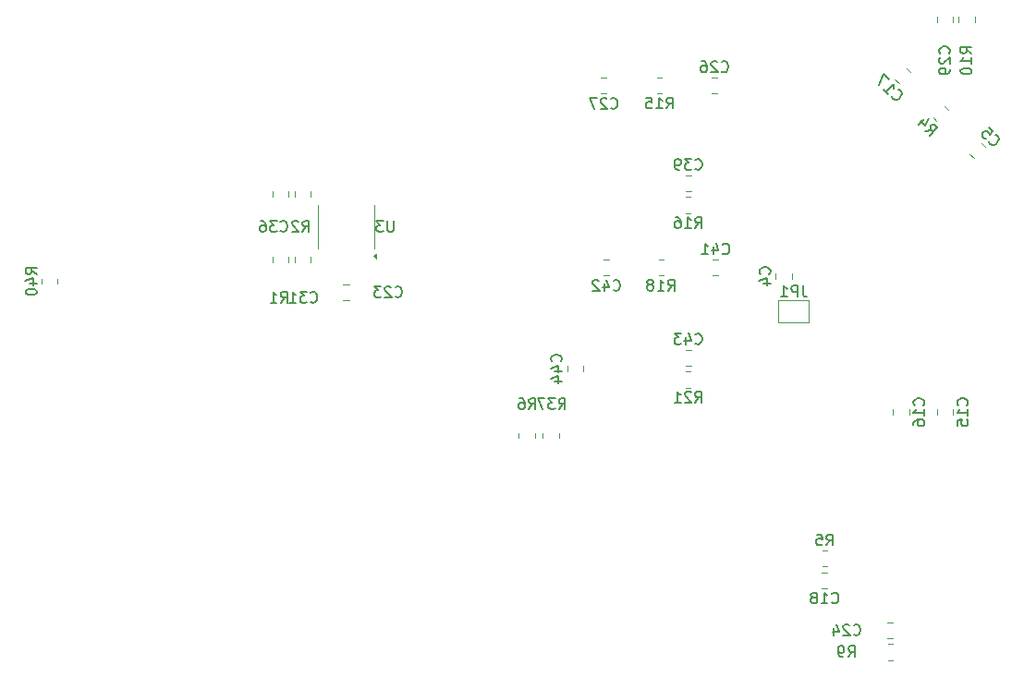
<source format=gbr>
%TF.GenerationSoftware,KiCad,Pcbnew,9.0.2*%
%TF.CreationDate,2025-08-14T17:52:04+08:00*%
%TF.ProjectId,SSRU_v3.1,53535255-5f76-4332-9e31-2e6b69636164,rev?*%
%TF.SameCoordinates,Original*%
%TF.FileFunction,Legend,Bot*%
%TF.FilePolarity,Positive*%
%FSLAX46Y46*%
G04 Gerber Fmt 4.6, Leading zero omitted, Abs format (unit mm)*
G04 Created by KiCad (PCBNEW 9.0.2) date 2025-08-14 17:52:04*
%MOMM*%
%LPD*%
G01*
G04 APERTURE LIST*
%ADD10C,0.150000*%
%ADD11C,0.120000*%
G04 APERTURE END LIST*
D10*
X175983333Y-100404819D02*
X175983333Y-101119104D01*
X175983333Y-101119104D02*
X176030952Y-101261961D01*
X176030952Y-101261961D02*
X176126190Y-101357200D01*
X176126190Y-101357200D02*
X176269047Y-101404819D01*
X176269047Y-101404819D02*
X176364285Y-101404819D01*
X175507142Y-101404819D02*
X175507142Y-100404819D01*
X175507142Y-100404819D02*
X175126190Y-100404819D01*
X175126190Y-100404819D02*
X175030952Y-100452438D01*
X175030952Y-100452438D02*
X174983333Y-100500057D01*
X174983333Y-100500057D02*
X174935714Y-100595295D01*
X174935714Y-100595295D02*
X174935714Y-100738152D01*
X174935714Y-100738152D02*
X174983333Y-100833390D01*
X174983333Y-100833390D02*
X175030952Y-100881009D01*
X175030952Y-100881009D02*
X175126190Y-100928628D01*
X175126190Y-100928628D02*
X175507142Y-100928628D01*
X173983333Y-101404819D02*
X174554761Y-101404819D01*
X174269047Y-101404819D02*
X174269047Y-100404819D01*
X174269047Y-100404819D02*
X174364285Y-100547676D01*
X174364285Y-100547676D02*
X174459523Y-100642914D01*
X174459523Y-100642914D02*
X174554761Y-100690533D01*
X168642857Y-97428528D02*
X168690476Y-97476148D01*
X168690476Y-97476148D02*
X168833333Y-97523767D01*
X168833333Y-97523767D02*
X168928571Y-97523767D01*
X168928571Y-97523767D02*
X169071428Y-97476148D01*
X169071428Y-97476148D02*
X169166666Y-97380909D01*
X169166666Y-97380909D02*
X169214285Y-97285671D01*
X169214285Y-97285671D02*
X169261904Y-97095195D01*
X169261904Y-97095195D02*
X169261904Y-96952338D01*
X169261904Y-96952338D02*
X169214285Y-96761862D01*
X169214285Y-96761862D02*
X169166666Y-96666624D01*
X169166666Y-96666624D02*
X169071428Y-96571386D01*
X169071428Y-96571386D02*
X168928571Y-96523767D01*
X168928571Y-96523767D02*
X168833333Y-96523767D01*
X168833333Y-96523767D02*
X168690476Y-96571386D01*
X168690476Y-96571386D02*
X168642857Y-96619005D01*
X167785714Y-96857100D02*
X167785714Y-97523767D01*
X168023809Y-96476148D02*
X168261904Y-97190433D01*
X168261904Y-97190433D02*
X167642857Y-97190433D01*
X166738095Y-97523767D02*
X167309523Y-97523767D01*
X167023809Y-97523767D02*
X167023809Y-96523767D01*
X167023809Y-96523767D02*
X167119047Y-96666624D01*
X167119047Y-96666624D02*
X167214285Y-96761862D01*
X167214285Y-96761862D02*
X167309523Y-96809481D01*
X138511904Y-94454819D02*
X138511904Y-95264342D01*
X138511904Y-95264342D02*
X138464285Y-95359580D01*
X138464285Y-95359580D02*
X138416666Y-95407200D01*
X138416666Y-95407200D02*
X138321428Y-95454819D01*
X138321428Y-95454819D02*
X138130952Y-95454819D01*
X138130952Y-95454819D02*
X138035714Y-95407200D01*
X138035714Y-95407200D02*
X137988095Y-95359580D01*
X137988095Y-95359580D02*
X137940476Y-95264342D01*
X137940476Y-95264342D02*
X137940476Y-94454819D01*
X137559523Y-94454819D02*
X136940476Y-94454819D01*
X136940476Y-94454819D02*
X137273809Y-94835771D01*
X137273809Y-94835771D02*
X137130952Y-94835771D01*
X137130952Y-94835771D02*
X137035714Y-94883390D01*
X137035714Y-94883390D02*
X136988095Y-94931009D01*
X136988095Y-94931009D02*
X136940476Y-95026247D01*
X136940476Y-95026247D02*
X136940476Y-95264342D01*
X136940476Y-95264342D02*
X136988095Y-95359580D01*
X136988095Y-95359580D02*
X137035714Y-95407200D01*
X137035714Y-95407200D02*
X137130952Y-95454819D01*
X137130952Y-95454819D02*
X137416666Y-95454819D01*
X137416666Y-95454819D02*
X137511904Y-95407200D01*
X137511904Y-95407200D02*
X137559523Y-95359580D01*
X172929580Y-99333333D02*
X172977200Y-99285714D01*
X172977200Y-99285714D02*
X173024819Y-99142857D01*
X173024819Y-99142857D02*
X173024819Y-99047619D01*
X173024819Y-99047619D02*
X172977200Y-98904762D01*
X172977200Y-98904762D02*
X172881961Y-98809524D01*
X172881961Y-98809524D02*
X172786723Y-98761905D01*
X172786723Y-98761905D02*
X172596247Y-98714286D01*
X172596247Y-98714286D02*
X172453390Y-98714286D01*
X172453390Y-98714286D02*
X172262914Y-98761905D01*
X172262914Y-98761905D02*
X172167676Y-98809524D01*
X172167676Y-98809524D02*
X172072438Y-98904762D01*
X172072438Y-98904762D02*
X172024819Y-99047619D01*
X172024819Y-99047619D02*
X172024819Y-99142857D01*
X172024819Y-99142857D02*
X172072438Y-99285714D01*
X172072438Y-99285714D02*
X172120057Y-99333333D01*
X172358152Y-100190476D02*
X173024819Y-100190476D01*
X171977200Y-99952381D02*
X172691485Y-99714286D01*
X172691485Y-99714286D02*
X172691485Y-100333333D01*
X105804819Y-99357142D02*
X105328628Y-99023809D01*
X105804819Y-98785714D02*
X104804819Y-98785714D01*
X104804819Y-98785714D02*
X104804819Y-99166666D01*
X104804819Y-99166666D02*
X104852438Y-99261904D01*
X104852438Y-99261904D02*
X104900057Y-99309523D01*
X104900057Y-99309523D02*
X104995295Y-99357142D01*
X104995295Y-99357142D02*
X105138152Y-99357142D01*
X105138152Y-99357142D02*
X105233390Y-99309523D01*
X105233390Y-99309523D02*
X105281009Y-99261904D01*
X105281009Y-99261904D02*
X105328628Y-99166666D01*
X105328628Y-99166666D02*
X105328628Y-98785714D01*
X105138152Y-100214285D02*
X105804819Y-100214285D01*
X104757200Y-99976190D02*
X105471485Y-99738095D01*
X105471485Y-99738095D02*
X105471485Y-100357142D01*
X104804819Y-100928571D02*
X104804819Y-101023809D01*
X104804819Y-101023809D02*
X104852438Y-101119047D01*
X104852438Y-101119047D02*
X104900057Y-101166666D01*
X104900057Y-101166666D02*
X104995295Y-101214285D01*
X104995295Y-101214285D02*
X105185771Y-101261904D01*
X105185771Y-101261904D02*
X105423866Y-101261904D01*
X105423866Y-101261904D02*
X105614342Y-101214285D01*
X105614342Y-101214285D02*
X105709580Y-101166666D01*
X105709580Y-101166666D02*
X105757200Y-101119047D01*
X105757200Y-101119047D02*
X105804819Y-101023809D01*
X105804819Y-101023809D02*
X105804819Y-100928571D01*
X105804819Y-100928571D02*
X105757200Y-100833333D01*
X105757200Y-100833333D02*
X105709580Y-100785714D01*
X105709580Y-100785714D02*
X105614342Y-100738095D01*
X105614342Y-100738095D02*
X105423866Y-100690476D01*
X105423866Y-100690476D02*
X105185771Y-100690476D01*
X105185771Y-100690476D02*
X104995295Y-100738095D01*
X104995295Y-100738095D02*
X104900057Y-100785714D01*
X104900057Y-100785714D02*
X104852438Y-100833333D01*
X104852438Y-100833333D02*
X104804819Y-100928571D01*
X168542857Y-80729580D02*
X168590476Y-80777200D01*
X168590476Y-80777200D02*
X168733333Y-80824819D01*
X168733333Y-80824819D02*
X168828571Y-80824819D01*
X168828571Y-80824819D02*
X168971428Y-80777200D01*
X168971428Y-80777200D02*
X169066666Y-80681961D01*
X169066666Y-80681961D02*
X169114285Y-80586723D01*
X169114285Y-80586723D02*
X169161904Y-80396247D01*
X169161904Y-80396247D02*
X169161904Y-80253390D01*
X169161904Y-80253390D02*
X169114285Y-80062914D01*
X169114285Y-80062914D02*
X169066666Y-79967676D01*
X169066666Y-79967676D02*
X168971428Y-79872438D01*
X168971428Y-79872438D02*
X168828571Y-79824819D01*
X168828571Y-79824819D02*
X168733333Y-79824819D01*
X168733333Y-79824819D02*
X168590476Y-79872438D01*
X168590476Y-79872438D02*
X168542857Y-79920057D01*
X168161904Y-79920057D02*
X168114285Y-79872438D01*
X168114285Y-79872438D02*
X168019047Y-79824819D01*
X168019047Y-79824819D02*
X167780952Y-79824819D01*
X167780952Y-79824819D02*
X167685714Y-79872438D01*
X167685714Y-79872438D02*
X167638095Y-79920057D01*
X167638095Y-79920057D02*
X167590476Y-80015295D01*
X167590476Y-80015295D02*
X167590476Y-80110533D01*
X167590476Y-80110533D02*
X167638095Y-80253390D01*
X167638095Y-80253390D02*
X168209523Y-80824819D01*
X168209523Y-80824819D02*
X167590476Y-80824819D01*
X166733333Y-79824819D02*
X166923809Y-79824819D01*
X166923809Y-79824819D02*
X167019047Y-79872438D01*
X167019047Y-79872438D02*
X167066666Y-79920057D01*
X167066666Y-79920057D02*
X167161904Y-80062914D01*
X167161904Y-80062914D02*
X167209523Y-80253390D01*
X167209523Y-80253390D02*
X167209523Y-80634342D01*
X167209523Y-80634342D02*
X167161904Y-80729580D01*
X167161904Y-80729580D02*
X167114285Y-80777200D01*
X167114285Y-80777200D02*
X167019047Y-80824819D01*
X167019047Y-80824819D02*
X166828571Y-80824819D01*
X166828571Y-80824819D02*
X166733333Y-80777200D01*
X166733333Y-80777200D02*
X166685714Y-80729580D01*
X166685714Y-80729580D02*
X166638095Y-80634342D01*
X166638095Y-80634342D02*
X166638095Y-80396247D01*
X166638095Y-80396247D02*
X166685714Y-80301009D01*
X166685714Y-80301009D02*
X166733333Y-80253390D01*
X166733333Y-80253390D02*
X166828571Y-80205771D01*
X166828571Y-80205771D02*
X167019047Y-80205771D01*
X167019047Y-80205771D02*
X167114285Y-80253390D01*
X167114285Y-80253390D02*
X167161904Y-80301009D01*
X167161904Y-80301009D02*
X167209523Y-80396247D01*
X166142857Y-89679580D02*
X166190476Y-89727200D01*
X166190476Y-89727200D02*
X166333333Y-89774819D01*
X166333333Y-89774819D02*
X166428571Y-89774819D01*
X166428571Y-89774819D02*
X166571428Y-89727200D01*
X166571428Y-89727200D02*
X166666666Y-89631961D01*
X166666666Y-89631961D02*
X166714285Y-89536723D01*
X166714285Y-89536723D02*
X166761904Y-89346247D01*
X166761904Y-89346247D02*
X166761904Y-89203390D01*
X166761904Y-89203390D02*
X166714285Y-89012914D01*
X166714285Y-89012914D02*
X166666666Y-88917676D01*
X166666666Y-88917676D02*
X166571428Y-88822438D01*
X166571428Y-88822438D02*
X166428571Y-88774819D01*
X166428571Y-88774819D02*
X166333333Y-88774819D01*
X166333333Y-88774819D02*
X166190476Y-88822438D01*
X166190476Y-88822438D02*
X166142857Y-88870057D01*
X165809523Y-88774819D02*
X165190476Y-88774819D01*
X165190476Y-88774819D02*
X165523809Y-89155771D01*
X165523809Y-89155771D02*
X165380952Y-89155771D01*
X165380952Y-89155771D02*
X165285714Y-89203390D01*
X165285714Y-89203390D02*
X165238095Y-89251009D01*
X165238095Y-89251009D02*
X165190476Y-89346247D01*
X165190476Y-89346247D02*
X165190476Y-89584342D01*
X165190476Y-89584342D02*
X165238095Y-89679580D01*
X165238095Y-89679580D02*
X165285714Y-89727200D01*
X165285714Y-89727200D02*
X165380952Y-89774819D01*
X165380952Y-89774819D02*
X165666666Y-89774819D01*
X165666666Y-89774819D02*
X165761904Y-89727200D01*
X165761904Y-89727200D02*
X165809523Y-89679580D01*
X164714285Y-89774819D02*
X164523809Y-89774819D01*
X164523809Y-89774819D02*
X164428571Y-89727200D01*
X164428571Y-89727200D02*
X164380952Y-89679580D01*
X164380952Y-89679580D02*
X164285714Y-89536723D01*
X164285714Y-89536723D02*
X164238095Y-89346247D01*
X164238095Y-89346247D02*
X164238095Y-88965295D01*
X164238095Y-88965295D02*
X164285714Y-88870057D01*
X164285714Y-88870057D02*
X164333333Y-88822438D01*
X164333333Y-88822438D02*
X164428571Y-88774819D01*
X164428571Y-88774819D02*
X164619047Y-88774819D01*
X164619047Y-88774819D02*
X164714285Y-88822438D01*
X164714285Y-88822438D02*
X164761904Y-88870057D01*
X164761904Y-88870057D02*
X164809523Y-88965295D01*
X164809523Y-88965295D02*
X164809523Y-89203390D01*
X164809523Y-89203390D02*
X164761904Y-89298628D01*
X164761904Y-89298628D02*
X164714285Y-89346247D01*
X164714285Y-89346247D02*
X164619047Y-89393866D01*
X164619047Y-89393866D02*
X164428571Y-89393866D01*
X164428571Y-89393866D02*
X164333333Y-89346247D01*
X164333333Y-89346247D02*
X164285714Y-89298628D01*
X164285714Y-89298628D02*
X164238095Y-89203390D01*
X184152808Y-83037210D02*
X184152808Y-83104554D01*
X184152808Y-83104554D02*
X184220152Y-83239241D01*
X184220152Y-83239241D02*
X184287495Y-83306584D01*
X184287495Y-83306584D02*
X184422182Y-83373928D01*
X184422182Y-83373928D02*
X184556869Y-83373928D01*
X184556869Y-83373928D02*
X184657884Y-83340256D01*
X184657884Y-83340256D02*
X184826243Y-83239241D01*
X184826243Y-83239241D02*
X184927258Y-83138226D01*
X184927258Y-83138226D02*
X185028274Y-82969867D01*
X185028274Y-82969867D02*
X185061945Y-82868852D01*
X185061945Y-82868852D02*
X185061945Y-82734165D01*
X185061945Y-82734165D02*
X184994602Y-82599478D01*
X184994602Y-82599478D02*
X184927258Y-82532134D01*
X184927258Y-82532134D02*
X184792571Y-82464791D01*
X184792571Y-82464791D02*
X184725228Y-82464791D01*
X183412030Y-82431119D02*
X183816091Y-82835180D01*
X183614060Y-82633149D02*
X184321167Y-81926043D01*
X184321167Y-81926043D02*
X184287495Y-82094401D01*
X184287495Y-82094401D02*
X184287495Y-82229088D01*
X184287495Y-82229088D02*
X184321167Y-82330104D01*
X183883434Y-81488310D02*
X183412029Y-81016905D01*
X183412029Y-81016905D02*
X183007968Y-82027058D01*
X153832080Y-107357142D02*
X153879700Y-107309523D01*
X153879700Y-107309523D02*
X153927319Y-107166666D01*
X153927319Y-107166666D02*
X153927319Y-107071428D01*
X153927319Y-107071428D02*
X153879700Y-106928571D01*
X153879700Y-106928571D02*
X153784461Y-106833333D01*
X153784461Y-106833333D02*
X153689223Y-106785714D01*
X153689223Y-106785714D02*
X153498747Y-106738095D01*
X153498747Y-106738095D02*
X153355890Y-106738095D01*
X153355890Y-106738095D02*
X153165414Y-106785714D01*
X153165414Y-106785714D02*
X153070176Y-106833333D01*
X153070176Y-106833333D02*
X152974938Y-106928571D01*
X152974938Y-106928571D02*
X152927319Y-107071428D01*
X152927319Y-107071428D02*
X152927319Y-107166666D01*
X152927319Y-107166666D02*
X152974938Y-107309523D01*
X152974938Y-107309523D02*
X153022557Y-107357142D01*
X153260652Y-108214285D02*
X153927319Y-108214285D01*
X152879700Y-107976190D02*
X153593985Y-107738095D01*
X153593985Y-107738095D02*
X153593985Y-108357142D01*
X153260652Y-109166666D02*
X153927319Y-109166666D01*
X152879700Y-108928571D02*
X153593985Y-108690476D01*
X153593985Y-108690476D02*
X153593985Y-109309523D01*
X163492857Y-84155871D02*
X163826190Y-83679680D01*
X164064285Y-84155871D02*
X164064285Y-83155871D01*
X164064285Y-83155871D02*
X163683333Y-83155871D01*
X163683333Y-83155871D02*
X163588095Y-83203490D01*
X163588095Y-83203490D02*
X163540476Y-83251109D01*
X163540476Y-83251109D02*
X163492857Y-83346347D01*
X163492857Y-83346347D02*
X163492857Y-83489204D01*
X163492857Y-83489204D02*
X163540476Y-83584442D01*
X163540476Y-83584442D02*
X163588095Y-83632061D01*
X163588095Y-83632061D02*
X163683333Y-83679680D01*
X163683333Y-83679680D02*
X164064285Y-83679680D01*
X162540476Y-84155871D02*
X163111904Y-84155871D01*
X162826190Y-84155871D02*
X162826190Y-83155871D01*
X162826190Y-83155871D02*
X162921428Y-83298728D01*
X162921428Y-83298728D02*
X163016666Y-83393966D01*
X163016666Y-83393966D02*
X163111904Y-83441585D01*
X161635714Y-83155871D02*
X162111904Y-83155871D01*
X162111904Y-83155871D02*
X162159523Y-83632061D01*
X162159523Y-83632061D02*
X162111904Y-83584442D01*
X162111904Y-83584442D02*
X162016666Y-83536823D01*
X162016666Y-83536823D02*
X161778571Y-83536823D01*
X161778571Y-83536823D02*
X161683333Y-83584442D01*
X161683333Y-83584442D02*
X161635714Y-83632061D01*
X161635714Y-83632061D02*
X161588095Y-83727299D01*
X161588095Y-83727299D02*
X161588095Y-83965394D01*
X161588095Y-83965394D02*
X161635714Y-84060632D01*
X161635714Y-84060632D02*
X161683333Y-84108252D01*
X161683333Y-84108252D02*
X161778571Y-84155871D01*
X161778571Y-84155871D02*
X162016666Y-84155871D01*
X162016666Y-84155871D02*
X162111904Y-84108252D01*
X162111904Y-84108252D02*
X162159523Y-84060632D01*
X130892857Y-101859580D02*
X130940476Y-101907200D01*
X130940476Y-101907200D02*
X131083333Y-101954819D01*
X131083333Y-101954819D02*
X131178571Y-101954819D01*
X131178571Y-101954819D02*
X131321428Y-101907200D01*
X131321428Y-101907200D02*
X131416666Y-101811961D01*
X131416666Y-101811961D02*
X131464285Y-101716723D01*
X131464285Y-101716723D02*
X131511904Y-101526247D01*
X131511904Y-101526247D02*
X131511904Y-101383390D01*
X131511904Y-101383390D02*
X131464285Y-101192914D01*
X131464285Y-101192914D02*
X131416666Y-101097676D01*
X131416666Y-101097676D02*
X131321428Y-101002438D01*
X131321428Y-101002438D02*
X131178571Y-100954819D01*
X131178571Y-100954819D02*
X131083333Y-100954819D01*
X131083333Y-100954819D02*
X130940476Y-101002438D01*
X130940476Y-101002438D02*
X130892857Y-101050057D01*
X130559523Y-100954819D02*
X129940476Y-100954819D01*
X129940476Y-100954819D02*
X130273809Y-101335771D01*
X130273809Y-101335771D02*
X130130952Y-101335771D01*
X130130952Y-101335771D02*
X130035714Y-101383390D01*
X130035714Y-101383390D02*
X129988095Y-101431009D01*
X129988095Y-101431009D02*
X129940476Y-101526247D01*
X129940476Y-101526247D02*
X129940476Y-101764342D01*
X129940476Y-101764342D02*
X129988095Y-101859580D01*
X129988095Y-101859580D02*
X130035714Y-101907200D01*
X130035714Y-101907200D02*
X130130952Y-101954819D01*
X130130952Y-101954819D02*
X130416666Y-101954819D01*
X130416666Y-101954819D02*
X130511904Y-101907200D01*
X130511904Y-101907200D02*
X130559523Y-101859580D01*
X128988095Y-101954819D02*
X129559523Y-101954819D01*
X129273809Y-101954819D02*
X129273809Y-100954819D01*
X129273809Y-100954819D02*
X129369047Y-101097676D01*
X129369047Y-101097676D02*
X129464285Y-101192914D01*
X129464285Y-101192914D02*
X129559523Y-101240533D01*
X193051527Y-87184173D02*
X193051527Y-87251517D01*
X193051527Y-87251517D02*
X193118871Y-87386204D01*
X193118871Y-87386204D02*
X193186214Y-87453547D01*
X193186214Y-87453547D02*
X193320901Y-87520891D01*
X193320901Y-87520891D02*
X193455588Y-87520891D01*
X193455588Y-87520891D02*
X193556603Y-87487219D01*
X193556603Y-87487219D02*
X193724962Y-87386204D01*
X193724962Y-87386204D02*
X193825977Y-87285189D01*
X193825977Y-87285189D02*
X193926993Y-87116830D01*
X193926993Y-87116830D02*
X193960664Y-87015815D01*
X193960664Y-87015815D02*
X193960664Y-86881128D01*
X193960664Y-86881128D02*
X193893321Y-86746441D01*
X193893321Y-86746441D02*
X193825977Y-86679097D01*
X193825977Y-86679097D02*
X193691290Y-86611754D01*
X193691290Y-86611754D02*
X193623947Y-86611754D01*
X193051527Y-85904647D02*
X193388245Y-86241364D01*
X193388245Y-86241364D02*
X193085199Y-86611754D01*
X193085199Y-86611754D02*
X193085199Y-86544410D01*
X193085199Y-86544410D02*
X193051527Y-86443395D01*
X193051527Y-86443395D02*
X192883168Y-86275036D01*
X192883168Y-86275036D02*
X192782153Y-86241364D01*
X192782153Y-86241364D02*
X192714810Y-86241364D01*
X192714810Y-86241364D02*
X192613794Y-86275036D01*
X192613794Y-86275036D02*
X192445436Y-86443395D01*
X192445436Y-86443395D02*
X192411764Y-86544410D01*
X192411764Y-86544410D02*
X192411764Y-86611754D01*
X192411764Y-86611754D02*
X192445436Y-86712769D01*
X192445436Y-86712769D02*
X192613794Y-86881128D01*
X192613794Y-86881128D02*
X192714810Y-86914799D01*
X192714810Y-86914799D02*
X192782153Y-86914799D01*
X158642857Y-100788528D02*
X158690476Y-100836148D01*
X158690476Y-100836148D02*
X158833333Y-100883767D01*
X158833333Y-100883767D02*
X158928571Y-100883767D01*
X158928571Y-100883767D02*
X159071428Y-100836148D01*
X159071428Y-100836148D02*
X159166666Y-100740909D01*
X159166666Y-100740909D02*
X159214285Y-100645671D01*
X159214285Y-100645671D02*
X159261904Y-100455195D01*
X159261904Y-100455195D02*
X159261904Y-100312338D01*
X159261904Y-100312338D02*
X159214285Y-100121862D01*
X159214285Y-100121862D02*
X159166666Y-100026624D01*
X159166666Y-100026624D02*
X159071428Y-99931386D01*
X159071428Y-99931386D02*
X158928571Y-99883767D01*
X158928571Y-99883767D02*
X158833333Y-99883767D01*
X158833333Y-99883767D02*
X158690476Y-99931386D01*
X158690476Y-99931386D02*
X158642857Y-99979005D01*
X157785714Y-100217100D02*
X157785714Y-100883767D01*
X158023809Y-99836148D02*
X158261904Y-100550433D01*
X158261904Y-100550433D02*
X157642857Y-100550433D01*
X157309523Y-99979005D02*
X157261904Y-99931386D01*
X157261904Y-99931386D02*
X157166666Y-99883767D01*
X157166666Y-99883767D02*
X156928571Y-99883767D01*
X156928571Y-99883767D02*
X156833333Y-99931386D01*
X156833333Y-99931386D02*
X156785714Y-99979005D01*
X156785714Y-99979005D02*
X156738095Y-100074243D01*
X156738095Y-100074243D02*
X156738095Y-100169481D01*
X156738095Y-100169481D02*
X156785714Y-100312338D01*
X156785714Y-100312338D02*
X157357142Y-100883767D01*
X157357142Y-100883767D02*
X156738095Y-100883767D01*
X166142857Y-95104819D02*
X166476190Y-94628628D01*
X166714285Y-95104819D02*
X166714285Y-94104819D01*
X166714285Y-94104819D02*
X166333333Y-94104819D01*
X166333333Y-94104819D02*
X166238095Y-94152438D01*
X166238095Y-94152438D02*
X166190476Y-94200057D01*
X166190476Y-94200057D02*
X166142857Y-94295295D01*
X166142857Y-94295295D02*
X166142857Y-94438152D01*
X166142857Y-94438152D02*
X166190476Y-94533390D01*
X166190476Y-94533390D02*
X166238095Y-94581009D01*
X166238095Y-94581009D02*
X166333333Y-94628628D01*
X166333333Y-94628628D02*
X166714285Y-94628628D01*
X165190476Y-95104819D02*
X165761904Y-95104819D01*
X165476190Y-95104819D02*
X165476190Y-94104819D01*
X165476190Y-94104819D02*
X165571428Y-94247676D01*
X165571428Y-94247676D02*
X165666666Y-94342914D01*
X165666666Y-94342914D02*
X165761904Y-94390533D01*
X164333333Y-94104819D02*
X164523809Y-94104819D01*
X164523809Y-94104819D02*
X164619047Y-94152438D01*
X164619047Y-94152438D02*
X164666666Y-94200057D01*
X164666666Y-94200057D02*
X164761904Y-94342914D01*
X164761904Y-94342914D02*
X164809523Y-94533390D01*
X164809523Y-94533390D02*
X164809523Y-94914342D01*
X164809523Y-94914342D02*
X164761904Y-95009580D01*
X164761904Y-95009580D02*
X164714285Y-95057200D01*
X164714285Y-95057200D02*
X164619047Y-95104819D01*
X164619047Y-95104819D02*
X164428571Y-95104819D01*
X164428571Y-95104819D02*
X164333333Y-95057200D01*
X164333333Y-95057200D02*
X164285714Y-95009580D01*
X164285714Y-95009580D02*
X164238095Y-94914342D01*
X164238095Y-94914342D02*
X164238095Y-94676247D01*
X164238095Y-94676247D02*
X164285714Y-94581009D01*
X164285714Y-94581009D02*
X164333333Y-94533390D01*
X164333333Y-94533390D02*
X164428571Y-94485771D01*
X164428571Y-94485771D02*
X164619047Y-94485771D01*
X164619047Y-94485771D02*
X164714285Y-94533390D01*
X164714285Y-94533390D02*
X164761904Y-94581009D01*
X164761904Y-94581009D02*
X164809523Y-94676247D01*
X128142857Y-95359580D02*
X128190476Y-95407200D01*
X128190476Y-95407200D02*
X128333333Y-95454819D01*
X128333333Y-95454819D02*
X128428571Y-95454819D01*
X128428571Y-95454819D02*
X128571428Y-95407200D01*
X128571428Y-95407200D02*
X128666666Y-95311961D01*
X128666666Y-95311961D02*
X128714285Y-95216723D01*
X128714285Y-95216723D02*
X128761904Y-95026247D01*
X128761904Y-95026247D02*
X128761904Y-94883390D01*
X128761904Y-94883390D02*
X128714285Y-94692914D01*
X128714285Y-94692914D02*
X128666666Y-94597676D01*
X128666666Y-94597676D02*
X128571428Y-94502438D01*
X128571428Y-94502438D02*
X128428571Y-94454819D01*
X128428571Y-94454819D02*
X128333333Y-94454819D01*
X128333333Y-94454819D02*
X128190476Y-94502438D01*
X128190476Y-94502438D02*
X128142857Y-94550057D01*
X127809523Y-94454819D02*
X127190476Y-94454819D01*
X127190476Y-94454819D02*
X127523809Y-94835771D01*
X127523809Y-94835771D02*
X127380952Y-94835771D01*
X127380952Y-94835771D02*
X127285714Y-94883390D01*
X127285714Y-94883390D02*
X127238095Y-94931009D01*
X127238095Y-94931009D02*
X127190476Y-95026247D01*
X127190476Y-95026247D02*
X127190476Y-95264342D01*
X127190476Y-95264342D02*
X127238095Y-95359580D01*
X127238095Y-95359580D02*
X127285714Y-95407200D01*
X127285714Y-95407200D02*
X127380952Y-95454819D01*
X127380952Y-95454819D02*
X127666666Y-95454819D01*
X127666666Y-95454819D02*
X127761904Y-95407200D01*
X127761904Y-95407200D02*
X127809523Y-95359580D01*
X126333333Y-94454819D02*
X126523809Y-94454819D01*
X126523809Y-94454819D02*
X126619047Y-94502438D01*
X126619047Y-94502438D02*
X126666666Y-94550057D01*
X126666666Y-94550057D02*
X126761904Y-94692914D01*
X126761904Y-94692914D02*
X126809523Y-94883390D01*
X126809523Y-94883390D02*
X126809523Y-95264342D01*
X126809523Y-95264342D02*
X126761904Y-95359580D01*
X126761904Y-95359580D02*
X126714285Y-95407200D01*
X126714285Y-95407200D02*
X126619047Y-95454819D01*
X126619047Y-95454819D02*
X126428571Y-95454819D01*
X126428571Y-95454819D02*
X126333333Y-95407200D01*
X126333333Y-95407200D02*
X126285714Y-95359580D01*
X126285714Y-95359580D02*
X126238095Y-95264342D01*
X126238095Y-95264342D02*
X126238095Y-95026247D01*
X126238095Y-95026247D02*
X126285714Y-94931009D01*
X126285714Y-94931009D02*
X126333333Y-94883390D01*
X126333333Y-94883390D02*
X126428571Y-94835771D01*
X126428571Y-94835771D02*
X126619047Y-94835771D01*
X126619047Y-94835771D02*
X126714285Y-94883390D01*
X126714285Y-94883390D02*
X126761904Y-94931009D01*
X126761904Y-94931009D02*
X126809523Y-95026247D01*
X158392857Y-84089580D02*
X158440476Y-84137200D01*
X158440476Y-84137200D02*
X158583333Y-84184819D01*
X158583333Y-84184819D02*
X158678571Y-84184819D01*
X158678571Y-84184819D02*
X158821428Y-84137200D01*
X158821428Y-84137200D02*
X158916666Y-84041961D01*
X158916666Y-84041961D02*
X158964285Y-83946723D01*
X158964285Y-83946723D02*
X159011904Y-83756247D01*
X159011904Y-83756247D02*
X159011904Y-83613390D01*
X159011904Y-83613390D02*
X158964285Y-83422914D01*
X158964285Y-83422914D02*
X158916666Y-83327676D01*
X158916666Y-83327676D02*
X158821428Y-83232438D01*
X158821428Y-83232438D02*
X158678571Y-83184819D01*
X158678571Y-83184819D02*
X158583333Y-83184819D01*
X158583333Y-83184819D02*
X158440476Y-83232438D01*
X158440476Y-83232438D02*
X158392857Y-83280057D01*
X158011904Y-83280057D02*
X157964285Y-83232438D01*
X157964285Y-83232438D02*
X157869047Y-83184819D01*
X157869047Y-83184819D02*
X157630952Y-83184819D01*
X157630952Y-83184819D02*
X157535714Y-83232438D01*
X157535714Y-83232438D02*
X157488095Y-83280057D01*
X157488095Y-83280057D02*
X157440476Y-83375295D01*
X157440476Y-83375295D02*
X157440476Y-83470533D01*
X157440476Y-83470533D02*
X157488095Y-83613390D01*
X157488095Y-83613390D02*
X158059523Y-84184819D01*
X158059523Y-84184819D02*
X157440476Y-84184819D01*
X157107142Y-83184819D02*
X156440476Y-83184819D01*
X156440476Y-83184819D02*
X156869047Y-84184819D01*
X150916666Y-111704819D02*
X151249999Y-111228628D01*
X151488094Y-111704819D02*
X151488094Y-110704819D01*
X151488094Y-110704819D02*
X151107142Y-110704819D01*
X151107142Y-110704819D02*
X151011904Y-110752438D01*
X151011904Y-110752438D02*
X150964285Y-110800057D01*
X150964285Y-110800057D02*
X150916666Y-110895295D01*
X150916666Y-110895295D02*
X150916666Y-111038152D01*
X150916666Y-111038152D02*
X150964285Y-111133390D01*
X150964285Y-111133390D02*
X151011904Y-111181009D01*
X151011904Y-111181009D02*
X151107142Y-111228628D01*
X151107142Y-111228628D02*
X151488094Y-111228628D01*
X150059523Y-110704819D02*
X150249999Y-110704819D01*
X150249999Y-110704819D02*
X150345237Y-110752438D01*
X150345237Y-110752438D02*
X150392856Y-110800057D01*
X150392856Y-110800057D02*
X150488094Y-110942914D01*
X150488094Y-110942914D02*
X150535713Y-111133390D01*
X150535713Y-111133390D02*
X150535713Y-111514342D01*
X150535713Y-111514342D02*
X150488094Y-111609580D01*
X150488094Y-111609580D02*
X150440475Y-111657200D01*
X150440475Y-111657200D02*
X150345237Y-111704819D01*
X150345237Y-111704819D02*
X150154761Y-111704819D01*
X150154761Y-111704819D02*
X150059523Y-111657200D01*
X150059523Y-111657200D02*
X150011904Y-111609580D01*
X150011904Y-111609580D02*
X149964285Y-111514342D01*
X149964285Y-111514342D02*
X149964285Y-111276247D01*
X149964285Y-111276247D02*
X150011904Y-111181009D01*
X150011904Y-111181009D02*
X150059523Y-111133390D01*
X150059523Y-111133390D02*
X150154761Y-111085771D01*
X150154761Y-111085771D02*
X150345237Y-111085771D01*
X150345237Y-111085771D02*
X150440475Y-111133390D01*
X150440475Y-111133390D02*
X150488094Y-111181009D01*
X150488094Y-111181009D02*
X150535713Y-111276247D01*
X187229519Y-86228859D02*
X187801938Y-86127844D01*
X187633580Y-86632920D02*
X188340686Y-85925813D01*
X188340686Y-85925813D02*
X188071312Y-85656439D01*
X188071312Y-85656439D02*
X187970297Y-85622767D01*
X187970297Y-85622767D02*
X187902954Y-85622767D01*
X187902954Y-85622767D02*
X187801938Y-85656439D01*
X187801938Y-85656439D02*
X187700923Y-85757454D01*
X187700923Y-85757454D02*
X187667251Y-85858470D01*
X187667251Y-85858470D02*
X187667251Y-85925813D01*
X187667251Y-85925813D02*
X187700923Y-86026828D01*
X187700923Y-86026828D02*
X187970297Y-86296202D01*
X187094832Y-85151363D02*
X186623427Y-85622767D01*
X187532564Y-85050348D02*
X187195847Y-85723783D01*
X187195847Y-85723783D02*
X186758114Y-85286050D01*
X166142857Y-105679580D02*
X166190476Y-105727200D01*
X166190476Y-105727200D02*
X166333333Y-105774819D01*
X166333333Y-105774819D02*
X166428571Y-105774819D01*
X166428571Y-105774819D02*
X166571428Y-105727200D01*
X166571428Y-105727200D02*
X166666666Y-105631961D01*
X166666666Y-105631961D02*
X166714285Y-105536723D01*
X166714285Y-105536723D02*
X166761904Y-105346247D01*
X166761904Y-105346247D02*
X166761904Y-105203390D01*
X166761904Y-105203390D02*
X166714285Y-105012914D01*
X166714285Y-105012914D02*
X166666666Y-104917676D01*
X166666666Y-104917676D02*
X166571428Y-104822438D01*
X166571428Y-104822438D02*
X166428571Y-104774819D01*
X166428571Y-104774819D02*
X166333333Y-104774819D01*
X166333333Y-104774819D02*
X166190476Y-104822438D01*
X166190476Y-104822438D02*
X166142857Y-104870057D01*
X165285714Y-105108152D02*
X165285714Y-105774819D01*
X165523809Y-104727200D02*
X165761904Y-105441485D01*
X165761904Y-105441485D02*
X165142857Y-105441485D01*
X164857142Y-104774819D02*
X164238095Y-104774819D01*
X164238095Y-104774819D02*
X164571428Y-105155771D01*
X164571428Y-105155771D02*
X164428571Y-105155771D01*
X164428571Y-105155771D02*
X164333333Y-105203390D01*
X164333333Y-105203390D02*
X164285714Y-105251009D01*
X164285714Y-105251009D02*
X164238095Y-105346247D01*
X164238095Y-105346247D02*
X164238095Y-105584342D01*
X164238095Y-105584342D02*
X164285714Y-105679580D01*
X164285714Y-105679580D02*
X164333333Y-105727200D01*
X164333333Y-105727200D02*
X164428571Y-105774819D01*
X164428571Y-105774819D02*
X164714285Y-105774819D01*
X164714285Y-105774819D02*
X164809523Y-105727200D01*
X164809523Y-105727200D02*
X164857142Y-105679580D01*
X166142857Y-111104819D02*
X166476190Y-110628628D01*
X166714285Y-111104819D02*
X166714285Y-110104819D01*
X166714285Y-110104819D02*
X166333333Y-110104819D01*
X166333333Y-110104819D02*
X166238095Y-110152438D01*
X166238095Y-110152438D02*
X166190476Y-110200057D01*
X166190476Y-110200057D02*
X166142857Y-110295295D01*
X166142857Y-110295295D02*
X166142857Y-110438152D01*
X166142857Y-110438152D02*
X166190476Y-110533390D01*
X166190476Y-110533390D02*
X166238095Y-110581009D01*
X166238095Y-110581009D02*
X166333333Y-110628628D01*
X166333333Y-110628628D02*
X166714285Y-110628628D01*
X165761904Y-110200057D02*
X165714285Y-110152438D01*
X165714285Y-110152438D02*
X165619047Y-110104819D01*
X165619047Y-110104819D02*
X165380952Y-110104819D01*
X165380952Y-110104819D02*
X165285714Y-110152438D01*
X165285714Y-110152438D02*
X165238095Y-110200057D01*
X165238095Y-110200057D02*
X165190476Y-110295295D01*
X165190476Y-110295295D02*
X165190476Y-110390533D01*
X165190476Y-110390533D02*
X165238095Y-110533390D01*
X165238095Y-110533390D02*
X165809523Y-111104819D01*
X165809523Y-111104819D02*
X165190476Y-111104819D01*
X164238095Y-111104819D02*
X164809523Y-111104819D01*
X164523809Y-111104819D02*
X164523809Y-110104819D01*
X164523809Y-110104819D02*
X164619047Y-110247676D01*
X164619047Y-110247676D02*
X164714285Y-110342914D01*
X164714285Y-110342914D02*
X164809523Y-110390533D01*
X180166666Y-134424819D02*
X180499999Y-133948628D01*
X180738094Y-134424819D02*
X180738094Y-133424819D01*
X180738094Y-133424819D02*
X180357142Y-133424819D01*
X180357142Y-133424819D02*
X180261904Y-133472438D01*
X180261904Y-133472438D02*
X180214285Y-133520057D01*
X180214285Y-133520057D02*
X180166666Y-133615295D01*
X180166666Y-133615295D02*
X180166666Y-133758152D01*
X180166666Y-133758152D02*
X180214285Y-133853390D01*
X180214285Y-133853390D02*
X180261904Y-133901009D01*
X180261904Y-133901009D02*
X180357142Y-133948628D01*
X180357142Y-133948628D02*
X180738094Y-133948628D01*
X179690475Y-134424819D02*
X179499999Y-134424819D01*
X179499999Y-134424819D02*
X179404761Y-134377200D01*
X179404761Y-134377200D02*
X179357142Y-134329580D01*
X179357142Y-134329580D02*
X179261904Y-134186723D01*
X179261904Y-134186723D02*
X179214285Y-133996247D01*
X179214285Y-133996247D02*
X179214285Y-133615295D01*
X179214285Y-133615295D02*
X179261904Y-133520057D01*
X179261904Y-133520057D02*
X179309523Y-133472438D01*
X179309523Y-133472438D02*
X179404761Y-133424819D01*
X179404761Y-133424819D02*
X179595237Y-133424819D01*
X179595237Y-133424819D02*
X179690475Y-133472438D01*
X179690475Y-133472438D02*
X179738094Y-133520057D01*
X179738094Y-133520057D02*
X179785713Y-133615295D01*
X179785713Y-133615295D02*
X179785713Y-133853390D01*
X179785713Y-133853390D02*
X179738094Y-133948628D01*
X179738094Y-133948628D02*
X179690475Y-133996247D01*
X179690475Y-133996247D02*
X179595237Y-134043866D01*
X179595237Y-134043866D02*
X179404761Y-134043866D01*
X179404761Y-134043866D02*
X179309523Y-133996247D01*
X179309523Y-133996247D02*
X179261904Y-133948628D01*
X179261904Y-133948628D02*
X179214285Y-133853390D01*
X191454819Y-79107142D02*
X190978628Y-78773809D01*
X191454819Y-78535714D02*
X190454819Y-78535714D01*
X190454819Y-78535714D02*
X190454819Y-78916666D01*
X190454819Y-78916666D02*
X190502438Y-79011904D01*
X190502438Y-79011904D02*
X190550057Y-79059523D01*
X190550057Y-79059523D02*
X190645295Y-79107142D01*
X190645295Y-79107142D02*
X190788152Y-79107142D01*
X190788152Y-79107142D02*
X190883390Y-79059523D01*
X190883390Y-79059523D02*
X190931009Y-79011904D01*
X190931009Y-79011904D02*
X190978628Y-78916666D01*
X190978628Y-78916666D02*
X190978628Y-78535714D01*
X191454819Y-80059523D02*
X191454819Y-79488095D01*
X191454819Y-79773809D02*
X190454819Y-79773809D01*
X190454819Y-79773809D02*
X190597676Y-79678571D01*
X190597676Y-79678571D02*
X190692914Y-79583333D01*
X190692914Y-79583333D02*
X190740533Y-79488095D01*
X190454819Y-80678571D02*
X190454819Y-80773809D01*
X190454819Y-80773809D02*
X190502438Y-80869047D01*
X190502438Y-80869047D02*
X190550057Y-80916666D01*
X190550057Y-80916666D02*
X190645295Y-80964285D01*
X190645295Y-80964285D02*
X190835771Y-81011904D01*
X190835771Y-81011904D02*
X191073866Y-81011904D01*
X191073866Y-81011904D02*
X191264342Y-80964285D01*
X191264342Y-80964285D02*
X191359580Y-80916666D01*
X191359580Y-80916666D02*
X191407200Y-80869047D01*
X191407200Y-80869047D02*
X191454819Y-80773809D01*
X191454819Y-80773809D02*
X191454819Y-80678571D01*
X191454819Y-80678571D02*
X191407200Y-80583333D01*
X191407200Y-80583333D02*
X191359580Y-80535714D01*
X191359580Y-80535714D02*
X191264342Y-80488095D01*
X191264342Y-80488095D02*
X191073866Y-80440476D01*
X191073866Y-80440476D02*
X190835771Y-80440476D01*
X190835771Y-80440476D02*
X190645295Y-80488095D01*
X190645295Y-80488095D02*
X190550057Y-80535714D01*
X190550057Y-80535714D02*
X190502438Y-80583333D01*
X190502438Y-80583333D02*
X190454819Y-80678571D01*
X187039580Y-111357142D02*
X187087200Y-111309523D01*
X187087200Y-111309523D02*
X187134819Y-111166666D01*
X187134819Y-111166666D02*
X187134819Y-111071428D01*
X187134819Y-111071428D02*
X187087200Y-110928571D01*
X187087200Y-110928571D02*
X186991961Y-110833333D01*
X186991961Y-110833333D02*
X186896723Y-110785714D01*
X186896723Y-110785714D02*
X186706247Y-110738095D01*
X186706247Y-110738095D02*
X186563390Y-110738095D01*
X186563390Y-110738095D02*
X186372914Y-110785714D01*
X186372914Y-110785714D02*
X186277676Y-110833333D01*
X186277676Y-110833333D02*
X186182438Y-110928571D01*
X186182438Y-110928571D02*
X186134819Y-111071428D01*
X186134819Y-111071428D02*
X186134819Y-111166666D01*
X186134819Y-111166666D02*
X186182438Y-111309523D01*
X186182438Y-111309523D02*
X186230057Y-111357142D01*
X187134819Y-112309523D02*
X187134819Y-111738095D01*
X187134819Y-112023809D02*
X186134819Y-112023809D01*
X186134819Y-112023809D02*
X186277676Y-111928571D01*
X186277676Y-111928571D02*
X186372914Y-111833333D01*
X186372914Y-111833333D02*
X186420533Y-111738095D01*
X186134819Y-113166666D02*
X186134819Y-112976190D01*
X186134819Y-112976190D02*
X186182438Y-112880952D01*
X186182438Y-112880952D02*
X186230057Y-112833333D01*
X186230057Y-112833333D02*
X186372914Y-112738095D01*
X186372914Y-112738095D02*
X186563390Y-112690476D01*
X186563390Y-112690476D02*
X186944342Y-112690476D01*
X186944342Y-112690476D02*
X187039580Y-112738095D01*
X187039580Y-112738095D02*
X187087200Y-112785714D01*
X187087200Y-112785714D02*
X187134819Y-112880952D01*
X187134819Y-112880952D02*
X187134819Y-113071428D01*
X187134819Y-113071428D02*
X187087200Y-113166666D01*
X187087200Y-113166666D02*
X187039580Y-113214285D01*
X187039580Y-113214285D02*
X186944342Y-113261904D01*
X186944342Y-113261904D02*
X186706247Y-113261904D01*
X186706247Y-113261904D02*
X186611009Y-113214285D01*
X186611009Y-113214285D02*
X186563390Y-113166666D01*
X186563390Y-113166666D02*
X186515771Y-113071428D01*
X186515771Y-113071428D02*
X186515771Y-112880952D01*
X186515771Y-112880952D02*
X186563390Y-112785714D01*
X186563390Y-112785714D02*
X186611009Y-112738095D01*
X186611009Y-112738095D02*
X186706247Y-112690476D01*
X189389580Y-79107142D02*
X189437200Y-79059523D01*
X189437200Y-79059523D02*
X189484819Y-78916666D01*
X189484819Y-78916666D02*
X189484819Y-78821428D01*
X189484819Y-78821428D02*
X189437200Y-78678571D01*
X189437200Y-78678571D02*
X189341961Y-78583333D01*
X189341961Y-78583333D02*
X189246723Y-78535714D01*
X189246723Y-78535714D02*
X189056247Y-78488095D01*
X189056247Y-78488095D02*
X188913390Y-78488095D01*
X188913390Y-78488095D02*
X188722914Y-78535714D01*
X188722914Y-78535714D02*
X188627676Y-78583333D01*
X188627676Y-78583333D02*
X188532438Y-78678571D01*
X188532438Y-78678571D02*
X188484819Y-78821428D01*
X188484819Y-78821428D02*
X188484819Y-78916666D01*
X188484819Y-78916666D02*
X188532438Y-79059523D01*
X188532438Y-79059523D02*
X188580057Y-79107142D01*
X188580057Y-79488095D02*
X188532438Y-79535714D01*
X188532438Y-79535714D02*
X188484819Y-79630952D01*
X188484819Y-79630952D02*
X188484819Y-79869047D01*
X188484819Y-79869047D02*
X188532438Y-79964285D01*
X188532438Y-79964285D02*
X188580057Y-80011904D01*
X188580057Y-80011904D02*
X188675295Y-80059523D01*
X188675295Y-80059523D02*
X188770533Y-80059523D01*
X188770533Y-80059523D02*
X188913390Y-80011904D01*
X188913390Y-80011904D02*
X189484819Y-79440476D01*
X189484819Y-79440476D02*
X189484819Y-80059523D01*
X189484819Y-80535714D02*
X189484819Y-80726190D01*
X189484819Y-80726190D02*
X189437200Y-80821428D01*
X189437200Y-80821428D02*
X189389580Y-80869047D01*
X189389580Y-80869047D02*
X189246723Y-80964285D01*
X189246723Y-80964285D02*
X189056247Y-81011904D01*
X189056247Y-81011904D02*
X188675295Y-81011904D01*
X188675295Y-81011904D02*
X188580057Y-80964285D01*
X188580057Y-80964285D02*
X188532438Y-80916666D01*
X188532438Y-80916666D02*
X188484819Y-80821428D01*
X188484819Y-80821428D02*
X188484819Y-80630952D01*
X188484819Y-80630952D02*
X188532438Y-80535714D01*
X188532438Y-80535714D02*
X188580057Y-80488095D01*
X188580057Y-80488095D02*
X188675295Y-80440476D01*
X188675295Y-80440476D02*
X188913390Y-80440476D01*
X188913390Y-80440476D02*
X189008628Y-80488095D01*
X189008628Y-80488095D02*
X189056247Y-80535714D01*
X189056247Y-80535714D02*
X189103866Y-80630952D01*
X189103866Y-80630952D02*
X189103866Y-80821428D01*
X189103866Y-80821428D02*
X189056247Y-80916666D01*
X189056247Y-80916666D02*
X189008628Y-80964285D01*
X189008628Y-80964285D02*
X188913390Y-81011904D01*
X180642857Y-132359580D02*
X180690476Y-132407200D01*
X180690476Y-132407200D02*
X180833333Y-132454819D01*
X180833333Y-132454819D02*
X180928571Y-132454819D01*
X180928571Y-132454819D02*
X181071428Y-132407200D01*
X181071428Y-132407200D02*
X181166666Y-132311961D01*
X181166666Y-132311961D02*
X181214285Y-132216723D01*
X181214285Y-132216723D02*
X181261904Y-132026247D01*
X181261904Y-132026247D02*
X181261904Y-131883390D01*
X181261904Y-131883390D02*
X181214285Y-131692914D01*
X181214285Y-131692914D02*
X181166666Y-131597676D01*
X181166666Y-131597676D02*
X181071428Y-131502438D01*
X181071428Y-131502438D02*
X180928571Y-131454819D01*
X180928571Y-131454819D02*
X180833333Y-131454819D01*
X180833333Y-131454819D02*
X180690476Y-131502438D01*
X180690476Y-131502438D02*
X180642857Y-131550057D01*
X180261904Y-131550057D02*
X180214285Y-131502438D01*
X180214285Y-131502438D02*
X180119047Y-131454819D01*
X180119047Y-131454819D02*
X179880952Y-131454819D01*
X179880952Y-131454819D02*
X179785714Y-131502438D01*
X179785714Y-131502438D02*
X179738095Y-131550057D01*
X179738095Y-131550057D02*
X179690476Y-131645295D01*
X179690476Y-131645295D02*
X179690476Y-131740533D01*
X179690476Y-131740533D02*
X179738095Y-131883390D01*
X179738095Y-131883390D02*
X180309523Y-132454819D01*
X180309523Y-132454819D02*
X179690476Y-132454819D01*
X178833333Y-131788152D02*
X178833333Y-132454819D01*
X179071428Y-131407200D02*
X179309523Y-132121485D01*
X179309523Y-132121485D02*
X178690476Y-132121485D01*
X153642857Y-111704819D02*
X153976190Y-111228628D01*
X154214285Y-111704819D02*
X154214285Y-110704819D01*
X154214285Y-110704819D02*
X153833333Y-110704819D01*
X153833333Y-110704819D02*
X153738095Y-110752438D01*
X153738095Y-110752438D02*
X153690476Y-110800057D01*
X153690476Y-110800057D02*
X153642857Y-110895295D01*
X153642857Y-110895295D02*
X153642857Y-111038152D01*
X153642857Y-111038152D02*
X153690476Y-111133390D01*
X153690476Y-111133390D02*
X153738095Y-111181009D01*
X153738095Y-111181009D02*
X153833333Y-111228628D01*
X153833333Y-111228628D02*
X154214285Y-111228628D01*
X153309523Y-110704819D02*
X152690476Y-110704819D01*
X152690476Y-110704819D02*
X153023809Y-111085771D01*
X153023809Y-111085771D02*
X152880952Y-111085771D01*
X152880952Y-111085771D02*
X152785714Y-111133390D01*
X152785714Y-111133390D02*
X152738095Y-111181009D01*
X152738095Y-111181009D02*
X152690476Y-111276247D01*
X152690476Y-111276247D02*
X152690476Y-111514342D01*
X152690476Y-111514342D02*
X152738095Y-111609580D01*
X152738095Y-111609580D02*
X152785714Y-111657200D01*
X152785714Y-111657200D02*
X152880952Y-111704819D01*
X152880952Y-111704819D02*
X153166666Y-111704819D01*
X153166666Y-111704819D02*
X153261904Y-111657200D01*
X153261904Y-111657200D02*
X153309523Y-111609580D01*
X152357142Y-110704819D02*
X151690476Y-110704819D01*
X151690476Y-110704819D02*
X152119047Y-111704819D01*
X178642857Y-129439580D02*
X178690476Y-129487200D01*
X178690476Y-129487200D02*
X178833333Y-129534819D01*
X178833333Y-129534819D02*
X178928571Y-129534819D01*
X178928571Y-129534819D02*
X179071428Y-129487200D01*
X179071428Y-129487200D02*
X179166666Y-129391961D01*
X179166666Y-129391961D02*
X179214285Y-129296723D01*
X179214285Y-129296723D02*
X179261904Y-129106247D01*
X179261904Y-129106247D02*
X179261904Y-128963390D01*
X179261904Y-128963390D02*
X179214285Y-128772914D01*
X179214285Y-128772914D02*
X179166666Y-128677676D01*
X179166666Y-128677676D02*
X179071428Y-128582438D01*
X179071428Y-128582438D02*
X178928571Y-128534819D01*
X178928571Y-128534819D02*
X178833333Y-128534819D01*
X178833333Y-128534819D02*
X178690476Y-128582438D01*
X178690476Y-128582438D02*
X178642857Y-128630057D01*
X177690476Y-129534819D02*
X178261904Y-129534819D01*
X177976190Y-129534819D02*
X177976190Y-128534819D01*
X177976190Y-128534819D02*
X178071428Y-128677676D01*
X178071428Y-128677676D02*
X178166666Y-128772914D01*
X178166666Y-128772914D02*
X178261904Y-128820533D01*
X177119047Y-128963390D02*
X177214285Y-128915771D01*
X177214285Y-128915771D02*
X177261904Y-128868152D01*
X177261904Y-128868152D02*
X177309523Y-128772914D01*
X177309523Y-128772914D02*
X177309523Y-128725295D01*
X177309523Y-128725295D02*
X177261904Y-128630057D01*
X177261904Y-128630057D02*
X177214285Y-128582438D01*
X177214285Y-128582438D02*
X177119047Y-128534819D01*
X177119047Y-128534819D02*
X176928571Y-128534819D01*
X176928571Y-128534819D02*
X176833333Y-128582438D01*
X176833333Y-128582438D02*
X176785714Y-128630057D01*
X176785714Y-128630057D02*
X176738095Y-128725295D01*
X176738095Y-128725295D02*
X176738095Y-128772914D01*
X176738095Y-128772914D02*
X176785714Y-128868152D01*
X176785714Y-128868152D02*
X176833333Y-128915771D01*
X176833333Y-128915771D02*
X176928571Y-128963390D01*
X176928571Y-128963390D02*
X177119047Y-128963390D01*
X177119047Y-128963390D02*
X177214285Y-129011009D01*
X177214285Y-129011009D02*
X177261904Y-129058628D01*
X177261904Y-129058628D02*
X177309523Y-129153866D01*
X177309523Y-129153866D02*
X177309523Y-129344342D01*
X177309523Y-129344342D02*
X177261904Y-129439580D01*
X177261904Y-129439580D02*
X177214285Y-129487200D01*
X177214285Y-129487200D02*
X177119047Y-129534819D01*
X177119047Y-129534819D02*
X176928571Y-129534819D01*
X176928571Y-129534819D02*
X176833333Y-129487200D01*
X176833333Y-129487200D02*
X176785714Y-129439580D01*
X176785714Y-129439580D02*
X176738095Y-129344342D01*
X176738095Y-129344342D02*
X176738095Y-129153866D01*
X176738095Y-129153866D02*
X176785714Y-129058628D01*
X176785714Y-129058628D02*
X176833333Y-129011009D01*
X176833333Y-129011009D02*
X176928571Y-128963390D01*
X138642857Y-101359580D02*
X138690476Y-101407200D01*
X138690476Y-101407200D02*
X138833333Y-101454819D01*
X138833333Y-101454819D02*
X138928571Y-101454819D01*
X138928571Y-101454819D02*
X139071428Y-101407200D01*
X139071428Y-101407200D02*
X139166666Y-101311961D01*
X139166666Y-101311961D02*
X139214285Y-101216723D01*
X139214285Y-101216723D02*
X139261904Y-101026247D01*
X139261904Y-101026247D02*
X139261904Y-100883390D01*
X139261904Y-100883390D02*
X139214285Y-100692914D01*
X139214285Y-100692914D02*
X139166666Y-100597676D01*
X139166666Y-100597676D02*
X139071428Y-100502438D01*
X139071428Y-100502438D02*
X138928571Y-100454819D01*
X138928571Y-100454819D02*
X138833333Y-100454819D01*
X138833333Y-100454819D02*
X138690476Y-100502438D01*
X138690476Y-100502438D02*
X138642857Y-100550057D01*
X138261904Y-100550057D02*
X138214285Y-100502438D01*
X138214285Y-100502438D02*
X138119047Y-100454819D01*
X138119047Y-100454819D02*
X137880952Y-100454819D01*
X137880952Y-100454819D02*
X137785714Y-100502438D01*
X137785714Y-100502438D02*
X137738095Y-100550057D01*
X137738095Y-100550057D02*
X137690476Y-100645295D01*
X137690476Y-100645295D02*
X137690476Y-100740533D01*
X137690476Y-100740533D02*
X137738095Y-100883390D01*
X137738095Y-100883390D02*
X138309523Y-101454819D01*
X138309523Y-101454819D02*
X137690476Y-101454819D01*
X137357142Y-100454819D02*
X136738095Y-100454819D01*
X136738095Y-100454819D02*
X137071428Y-100835771D01*
X137071428Y-100835771D02*
X136928571Y-100835771D01*
X136928571Y-100835771D02*
X136833333Y-100883390D01*
X136833333Y-100883390D02*
X136785714Y-100931009D01*
X136785714Y-100931009D02*
X136738095Y-101026247D01*
X136738095Y-101026247D02*
X136738095Y-101264342D01*
X136738095Y-101264342D02*
X136785714Y-101359580D01*
X136785714Y-101359580D02*
X136833333Y-101407200D01*
X136833333Y-101407200D02*
X136928571Y-101454819D01*
X136928571Y-101454819D02*
X137214285Y-101454819D01*
X137214285Y-101454819D02*
X137309523Y-101407200D01*
X137309523Y-101407200D02*
X137357142Y-101359580D01*
X178166666Y-124204819D02*
X178499999Y-123728628D01*
X178738094Y-124204819D02*
X178738094Y-123204819D01*
X178738094Y-123204819D02*
X178357142Y-123204819D01*
X178357142Y-123204819D02*
X178261904Y-123252438D01*
X178261904Y-123252438D02*
X178214285Y-123300057D01*
X178214285Y-123300057D02*
X178166666Y-123395295D01*
X178166666Y-123395295D02*
X178166666Y-123538152D01*
X178166666Y-123538152D02*
X178214285Y-123633390D01*
X178214285Y-123633390D02*
X178261904Y-123681009D01*
X178261904Y-123681009D02*
X178357142Y-123728628D01*
X178357142Y-123728628D02*
X178738094Y-123728628D01*
X177261904Y-123204819D02*
X177738094Y-123204819D01*
X177738094Y-123204819D02*
X177785713Y-123681009D01*
X177785713Y-123681009D02*
X177738094Y-123633390D01*
X177738094Y-123633390D02*
X177642856Y-123585771D01*
X177642856Y-123585771D02*
X177404761Y-123585771D01*
X177404761Y-123585771D02*
X177309523Y-123633390D01*
X177309523Y-123633390D02*
X177261904Y-123681009D01*
X177261904Y-123681009D02*
X177214285Y-123776247D01*
X177214285Y-123776247D02*
X177214285Y-124014342D01*
X177214285Y-124014342D02*
X177261904Y-124109580D01*
X177261904Y-124109580D02*
X177309523Y-124157200D01*
X177309523Y-124157200D02*
X177404761Y-124204819D01*
X177404761Y-124204819D02*
X177642856Y-124204819D01*
X177642856Y-124204819D02*
X177738094Y-124157200D01*
X177738094Y-124157200D02*
X177785713Y-124109580D01*
X163642857Y-100854819D02*
X163976190Y-100378628D01*
X164214285Y-100854819D02*
X164214285Y-99854819D01*
X164214285Y-99854819D02*
X163833333Y-99854819D01*
X163833333Y-99854819D02*
X163738095Y-99902438D01*
X163738095Y-99902438D02*
X163690476Y-99950057D01*
X163690476Y-99950057D02*
X163642857Y-100045295D01*
X163642857Y-100045295D02*
X163642857Y-100188152D01*
X163642857Y-100188152D02*
X163690476Y-100283390D01*
X163690476Y-100283390D02*
X163738095Y-100331009D01*
X163738095Y-100331009D02*
X163833333Y-100378628D01*
X163833333Y-100378628D02*
X164214285Y-100378628D01*
X162690476Y-100854819D02*
X163261904Y-100854819D01*
X162976190Y-100854819D02*
X162976190Y-99854819D01*
X162976190Y-99854819D02*
X163071428Y-99997676D01*
X163071428Y-99997676D02*
X163166666Y-100092914D01*
X163166666Y-100092914D02*
X163261904Y-100140533D01*
X162119047Y-100283390D02*
X162214285Y-100235771D01*
X162214285Y-100235771D02*
X162261904Y-100188152D01*
X162261904Y-100188152D02*
X162309523Y-100092914D01*
X162309523Y-100092914D02*
X162309523Y-100045295D01*
X162309523Y-100045295D02*
X162261904Y-99950057D01*
X162261904Y-99950057D02*
X162214285Y-99902438D01*
X162214285Y-99902438D02*
X162119047Y-99854819D01*
X162119047Y-99854819D02*
X161928571Y-99854819D01*
X161928571Y-99854819D02*
X161833333Y-99902438D01*
X161833333Y-99902438D02*
X161785714Y-99950057D01*
X161785714Y-99950057D02*
X161738095Y-100045295D01*
X161738095Y-100045295D02*
X161738095Y-100092914D01*
X161738095Y-100092914D02*
X161785714Y-100188152D01*
X161785714Y-100188152D02*
X161833333Y-100235771D01*
X161833333Y-100235771D02*
X161928571Y-100283390D01*
X161928571Y-100283390D02*
X162119047Y-100283390D01*
X162119047Y-100283390D02*
X162214285Y-100331009D01*
X162214285Y-100331009D02*
X162261904Y-100378628D01*
X162261904Y-100378628D02*
X162309523Y-100473866D01*
X162309523Y-100473866D02*
X162309523Y-100664342D01*
X162309523Y-100664342D02*
X162261904Y-100759580D01*
X162261904Y-100759580D02*
X162214285Y-100807200D01*
X162214285Y-100807200D02*
X162119047Y-100854819D01*
X162119047Y-100854819D02*
X161928571Y-100854819D01*
X161928571Y-100854819D02*
X161833333Y-100807200D01*
X161833333Y-100807200D02*
X161785714Y-100759580D01*
X161785714Y-100759580D02*
X161738095Y-100664342D01*
X161738095Y-100664342D02*
X161738095Y-100473866D01*
X161738095Y-100473866D02*
X161785714Y-100378628D01*
X161785714Y-100378628D02*
X161833333Y-100331009D01*
X161833333Y-100331009D02*
X161928571Y-100283390D01*
X128166666Y-101954819D02*
X128499999Y-101478628D01*
X128738094Y-101954819D02*
X128738094Y-100954819D01*
X128738094Y-100954819D02*
X128357142Y-100954819D01*
X128357142Y-100954819D02*
X128261904Y-101002438D01*
X128261904Y-101002438D02*
X128214285Y-101050057D01*
X128214285Y-101050057D02*
X128166666Y-101145295D01*
X128166666Y-101145295D02*
X128166666Y-101288152D01*
X128166666Y-101288152D02*
X128214285Y-101383390D01*
X128214285Y-101383390D02*
X128261904Y-101431009D01*
X128261904Y-101431009D02*
X128357142Y-101478628D01*
X128357142Y-101478628D02*
X128738094Y-101478628D01*
X127214285Y-101954819D02*
X127785713Y-101954819D01*
X127499999Y-101954819D02*
X127499999Y-100954819D01*
X127499999Y-100954819D02*
X127595237Y-101097676D01*
X127595237Y-101097676D02*
X127690475Y-101192914D01*
X127690475Y-101192914D02*
X127785713Y-101240533D01*
X130166666Y-95454819D02*
X130499999Y-94978628D01*
X130738094Y-95454819D02*
X130738094Y-94454819D01*
X130738094Y-94454819D02*
X130357142Y-94454819D01*
X130357142Y-94454819D02*
X130261904Y-94502438D01*
X130261904Y-94502438D02*
X130214285Y-94550057D01*
X130214285Y-94550057D02*
X130166666Y-94645295D01*
X130166666Y-94645295D02*
X130166666Y-94788152D01*
X130166666Y-94788152D02*
X130214285Y-94883390D01*
X130214285Y-94883390D02*
X130261904Y-94931009D01*
X130261904Y-94931009D02*
X130357142Y-94978628D01*
X130357142Y-94978628D02*
X130738094Y-94978628D01*
X129785713Y-94550057D02*
X129738094Y-94502438D01*
X129738094Y-94502438D02*
X129642856Y-94454819D01*
X129642856Y-94454819D02*
X129404761Y-94454819D01*
X129404761Y-94454819D02*
X129309523Y-94502438D01*
X129309523Y-94502438D02*
X129261904Y-94550057D01*
X129261904Y-94550057D02*
X129214285Y-94645295D01*
X129214285Y-94645295D02*
X129214285Y-94740533D01*
X129214285Y-94740533D02*
X129261904Y-94883390D01*
X129261904Y-94883390D02*
X129833332Y-95454819D01*
X129833332Y-95454819D02*
X129214285Y-95454819D01*
X191039580Y-111357142D02*
X191087200Y-111309523D01*
X191087200Y-111309523D02*
X191134819Y-111166666D01*
X191134819Y-111166666D02*
X191134819Y-111071428D01*
X191134819Y-111071428D02*
X191087200Y-110928571D01*
X191087200Y-110928571D02*
X190991961Y-110833333D01*
X190991961Y-110833333D02*
X190896723Y-110785714D01*
X190896723Y-110785714D02*
X190706247Y-110738095D01*
X190706247Y-110738095D02*
X190563390Y-110738095D01*
X190563390Y-110738095D02*
X190372914Y-110785714D01*
X190372914Y-110785714D02*
X190277676Y-110833333D01*
X190277676Y-110833333D02*
X190182438Y-110928571D01*
X190182438Y-110928571D02*
X190134819Y-111071428D01*
X190134819Y-111071428D02*
X190134819Y-111166666D01*
X190134819Y-111166666D02*
X190182438Y-111309523D01*
X190182438Y-111309523D02*
X190230057Y-111357142D01*
X191134819Y-112309523D02*
X191134819Y-111738095D01*
X191134819Y-112023809D02*
X190134819Y-112023809D01*
X190134819Y-112023809D02*
X190277676Y-111928571D01*
X190277676Y-111928571D02*
X190372914Y-111833333D01*
X190372914Y-111833333D02*
X190420533Y-111738095D01*
X190134819Y-113214285D02*
X190134819Y-112738095D01*
X190134819Y-112738095D02*
X190611009Y-112690476D01*
X190611009Y-112690476D02*
X190563390Y-112738095D01*
X190563390Y-112738095D02*
X190515771Y-112833333D01*
X190515771Y-112833333D02*
X190515771Y-113071428D01*
X190515771Y-113071428D02*
X190563390Y-113166666D01*
X190563390Y-113166666D02*
X190611009Y-113214285D01*
X190611009Y-113214285D02*
X190706247Y-113261904D01*
X190706247Y-113261904D02*
X190944342Y-113261904D01*
X190944342Y-113261904D02*
X191039580Y-113214285D01*
X191039580Y-113214285D02*
X191087200Y-113166666D01*
X191087200Y-113166666D02*
X191134819Y-113071428D01*
X191134819Y-113071428D02*
X191134819Y-112833333D01*
X191134819Y-112833333D02*
X191087200Y-112738095D01*
X191087200Y-112738095D02*
X191039580Y-112690476D01*
D11*
%TO.C,JP1*%
X176550000Y-101750000D02*
X173750000Y-101750000D01*
X176550000Y-103750000D02*
X176550000Y-101750000D01*
X173750000Y-101750000D02*
X173750000Y-103750000D01*
X173750000Y-103750000D02*
X176550000Y-103750000D01*
%TO.C,C41*%
X168261252Y-98013948D02*
X167738748Y-98013948D01*
X168261252Y-99483948D02*
X167738748Y-99483948D01*
%TO.C,U3*%
X131590000Y-95000000D02*
X131590000Y-93050000D01*
X131590000Y-95000000D02*
X131590000Y-96950000D01*
X136710000Y-95000000D02*
X136710000Y-93050000D01*
X136710000Y-95000000D02*
X136710000Y-96950000D01*
X136945000Y-97940000D02*
X136615000Y-97700000D01*
X136945000Y-97460000D01*
X136945000Y-97940000D01*
G36*
X136945000Y-97940000D02*
G01*
X136615000Y-97700000D01*
X136945000Y-97460000D01*
X136945000Y-97940000D01*
G37*
%TO.C,C4*%
X173515000Y-99238748D02*
X173515000Y-99761252D01*
X174985000Y-99238748D02*
X174985000Y-99761252D01*
%TO.C,R40*%
X106265000Y-99772936D02*
X106265000Y-100227064D01*
X107735000Y-99772936D02*
X107735000Y-100227064D01*
%TO.C,C26*%
X168161252Y-81315000D02*
X167638748Y-81315000D01*
X168161252Y-82785000D02*
X167638748Y-82785000D01*
%TO.C,C39*%
X165761252Y-90265000D02*
X165238748Y-90265000D01*
X165761252Y-91735000D02*
X165238748Y-91735000D01*
%TO.C,C17*%
X184435984Y-81475431D02*
X184805451Y-81844898D01*
X185475431Y-80435984D02*
X185844898Y-80805451D01*
%TO.C,C44*%
X154417500Y-107738748D02*
X154417500Y-108261252D01*
X155887500Y-107738748D02*
X155887500Y-108261252D01*
%TO.C,R15*%
X162622936Y-81316052D02*
X163077064Y-81316052D01*
X162622936Y-82786052D02*
X163077064Y-82786052D01*
%TO.C,C31*%
X129415000Y-98261252D02*
X129415000Y-97738748D01*
X130885000Y-98261252D02*
X130885000Y-97738748D01*
%TO.C,C5*%
X191665010Y-88704457D02*
X191295543Y-88334990D01*
X192704457Y-87665010D02*
X192334990Y-87295543D01*
%TO.C,C42*%
X157738748Y-98013948D02*
X158261252Y-98013948D01*
X157738748Y-99483948D02*
X158261252Y-99483948D01*
%TO.C,R16*%
X165272936Y-92265000D02*
X165727064Y-92265000D01*
X165272936Y-93735000D02*
X165727064Y-93735000D01*
%TO.C,C36*%
X127415000Y-91738748D02*
X127415000Y-92261252D01*
X128885000Y-91738748D02*
X128885000Y-92261252D01*
%TO.C,C27*%
X157488748Y-81315000D02*
X158011252Y-81315000D01*
X157488748Y-82785000D02*
X158011252Y-82785000D01*
%TO.C,R6*%
X149982500Y-114379564D02*
X149982500Y-113925436D01*
X151452500Y-114379564D02*
X151452500Y-113925436D01*
%TO.C,R4*%
X187919718Y-84981842D02*
X188240835Y-85302959D01*
X188959165Y-83942395D02*
X189280282Y-84263512D01*
%TO.C,C43*%
X165761252Y-106265000D02*
X165238748Y-106265000D01*
X165761252Y-107735000D02*
X165238748Y-107735000D01*
%TO.C,R21*%
X165272936Y-108265000D02*
X165727064Y-108265000D01*
X165272936Y-109735000D02*
X165727064Y-109735000D01*
%TO.C,R9*%
X183772936Y-133265000D02*
X184227064Y-133265000D01*
X183772936Y-134735000D02*
X184227064Y-134735000D01*
%TO.C,R10*%
X190265000Y-76227064D02*
X190265000Y-75772936D01*
X191735000Y-76227064D02*
X191735000Y-75772936D01*
%TO.C,C16*%
X184265000Y-112261252D02*
X184265000Y-111738748D01*
X185735000Y-112261252D02*
X185735000Y-111738748D01*
%TO.C,C29*%
X188265000Y-76261252D02*
X188265000Y-75738748D01*
X189735000Y-76261252D02*
X189735000Y-75738748D01*
%TO.C,C24*%
X183738748Y-131265000D02*
X184261252Y-131265000D01*
X183738748Y-132735000D02*
X184261252Y-132735000D01*
%TO.C,R37*%
X152182500Y-113925436D02*
X152182500Y-114379564D01*
X153652500Y-113925436D02*
X153652500Y-114379564D01*
%TO.C,C18*%
X177738748Y-126665000D02*
X178261252Y-126665000D01*
X177738748Y-128135000D02*
X178261252Y-128135000D01*
%TO.C,C23*%
X134411252Y-100265000D02*
X133888748Y-100265000D01*
X134411252Y-101735000D02*
X133888748Y-101735000D01*
%TO.C,R5*%
X178227064Y-124665000D02*
X177772936Y-124665000D01*
X178227064Y-126135000D02*
X177772936Y-126135000D01*
%TO.C,R18*%
X162772936Y-98015000D02*
X163227064Y-98015000D01*
X162772936Y-99485000D02*
X163227064Y-99485000D01*
%TO.C,R1*%
X127415000Y-98227064D02*
X127415000Y-97772936D01*
X128885000Y-98227064D02*
X128885000Y-97772936D01*
%TO.C,R2*%
X129415000Y-91772936D02*
X129415000Y-92227064D01*
X130885000Y-91772936D02*
X130885000Y-92227064D01*
%TO.C,C15*%
X188265000Y-112261252D02*
X188265000Y-111738748D01*
X189735000Y-112261252D02*
X189735000Y-111738748D01*
%TD*%
M02*

</source>
